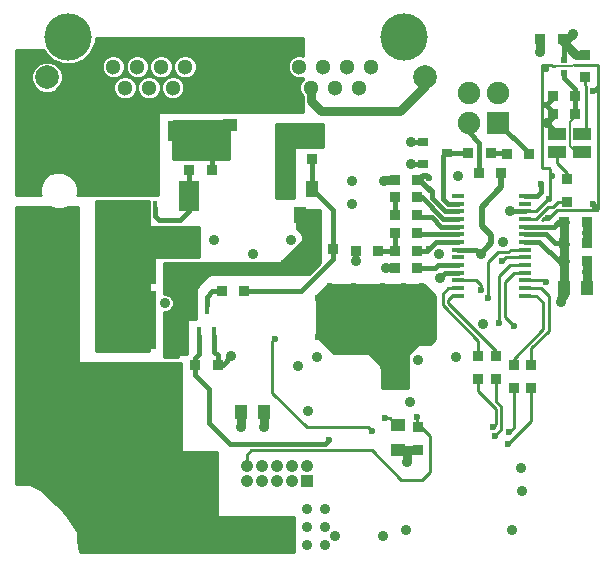
<source format=gtl>
G04 #@! TF.FileFunction,Copper,L1,Top,Signal*
%FSLAX46Y46*%
G04 Gerber Fmt 4.6, Leading zero omitted, Abs format (unit mm)*
G04 Created by KiCad (PCBNEW 4.0.7-e0-6372~58~ubuntu16.10.1) date Thu Nov  8 17:11:35 2018*
%MOMM*%
%LPD*%
G01*
G04 APERTURE LIST*
%ADD10C,0.150000*%
%ADD11C,1.300000*%
%ADD12C,4.000000*%
%ADD13C,2.000000*%
%ADD14R,1.250000X1.000000*%
%ADD15R,1.800860X2.499360*%
%ADD16R,2.499360X1.800860*%
%ADD17R,1.050000X1.050000*%
%ADD18C,1.050000*%
%ADD19R,0.900000X0.900000*%
%ADD20R,0.405000X1.300000*%
%ADD21R,2.235000X1.725000*%
%ADD22R,1.300000X1.000000*%
%ADD23R,1.100000X0.400000*%
%ADD24R,0.450000X1.500000*%
%ADD25R,1.000000X1.400000*%
%ADD26R,0.900000X0.800000*%
%ADD27R,1.900000X1.900000*%
%ADD28C,1.900000*%
%ADD29R,0.600000X0.600000*%
%ADD30R,1.000000X1.250000*%
%ADD31R,1.600000X1.100000*%
%ADD32R,2.400000X5.000000*%
%ADD33C,0.600000*%
%ADD34C,0.889000*%
%ADD35C,0.254000*%
%ADD36C,0.400000*%
%ADD37C,0.200000*%
%ADD38C,0.762000*%
%ADD39C,0.508000*%
G04 APERTURE END LIST*
D10*
D11*
X14675000Y-8540000D03*
X8585000Y-8540000D03*
X12645000Y-8540000D03*
X10615000Y-8540000D03*
X13655000Y-10320000D03*
X11625000Y-10320000D03*
X9595000Y-10320000D03*
X7565000Y-10320000D03*
D12*
X33225000Y-6000000D03*
D13*
X3000000Y-9430000D03*
D11*
X23315000Y-10320000D03*
X25345000Y-10320000D03*
X27375000Y-10320000D03*
X29405000Y-10320000D03*
X26365000Y-8540000D03*
X28395000Y-8540000D03*
X24335000Y-8540000D03*
X30425000Y-8540000D03*
D12*
X4775000Y-6000000D03*
D13*
X35000000Y-9430000D03*
D14*
X18500000Y-11500000D03*
X18500000Y-13500000D03*
D15*
X15000000Y-23498980D03*
X15000000Y-19501020D03*
D16*
X10501020Y-14000000D03*
X14498980Y-14000000D03*
D17*
X25000000Y-43600000D03*
D18*
X23730000Y-43600000D03*
X22460000Y-43600000D03*
X21190000Y-43600000D03*
X19920000Y-43600000D03*
X23730000Y-42330000D03*
X22460000Y-42330000D03*
X21190000Y-42330000D03*
X19920000Y-42330000D03*
X25000000Y-42330000D03*
D19*
X16950000Y-17250000D03*
X15050000Y-17250000D03*
D20*
X12175000Y-17050000D03*
X11525000Y-17050000D03*
X10875000Y-17050000D03*
X10225000Y-17050000D03*
X10225000Y-20535000D03*
X10875000Y-20535000D03*
X11525000Y-20535000D03*
X12175000Y-20535000D03*
D21*
X11200000Y-18400000D03*
D22*
X32700000Y-40950000D03*
X32700000Y-38850000D03*
D23*
X37750000Y-19475000D03*
X37750000Y-20125000D03*
X37750000Y-20775000D03*
X37750000Y-21425000D03*
X37750000Y-22075000D03*
X37750000Y-22725000D03*
X37750000Y-23375000D03*
X37750000Y-24025000D03*
X37750000Y-24675000D03*
X37750000Y-25325000D03*
X37750000Y-25975000D03*
X37750000Y-26625000D03*
X37750000Y-27275000D03*
X37750000Y-27925000D03*
X43450000Y-27925000D03*
X43450000Y-27275000D03*
X43450000Y-26625000D03*
X43450000Y-25975000D03*
X43450000Y-25325000D03*
X43450000Y-24675000D03*
X43450000Y-24025000D03*
X43450000Y-23375000D03*
X43450000Y-22725000D03*
X43450000Y-22075000D03*
X43450000Y-21425000D03*
X43450000Y-20775000D03*
X43450000Y-20125000D03*
X43450000Y-19475000D03*
D24*
X15850000Y-31330000D03*
X17150000Y-31330000D03*
X16500000Y-28670000D03*
D25*
X25400000Y-18900000D03*
X23500000Y-18900000D03*
X24450000Y-21100000D03*
D26*
X34820000Y-14910000D03*
X34820000Y-16810000D03*
X36820000Y-15860000D03*
D19*
X25300000Y-24000000D03*
X27200000Y-24000000D03*
X19700000Y-27500000D03*
X17800000Y-27500000D03*
X38650000Y-15850000D03*
X40550000Y-15850000D03*
X15550000Y-33750000D03*
X17450000Y-33750000D03*
D27*
X41200000Y-13300000D03*
D28*
X38700000Y-13300000D03*
X41200000Y-10800000D03*
X38700000Y-10800000D03*
D19*
X41450000Y-17500000D03*
X39550000Y-17500000D03*
X34350000Y-19600000D03*
X32450000Y-19600000D03*
X34350000Y-22600000D03*
X32450000Y-22600000D03*
X34350000Y-25600000D03*
X32450000Y-25600000D03*
D29*
X46750000Y-9050000D03*
X46750000Y-7950000D03*
D19*
X48500000Y-7550000D03*
X48500000Y-9450000D03*
X47000000Y-18050000D03*
X47000000Y-19950000D03*
X34350000Y-18100000D03*
X32450000Y-18100000D03*
X32450000Y-21100000D03*
X34350000Y-21100000D03*
X46800000Y-23500000D03*
X48700000Y-23500000D03*
X46800000Y-25000000D03*
X48700000Y-25000000D03*
X46800000Y-21700000D03*
X48700000Y-21700000D03*
X23500000Y-16350000D03*
X25400000Y-16350000D03*
X43800000Y-15900000D03*
X41900000Y-15900000D03*
X29150000Y-24100000D03*
X31050000Y-24100000D03*
X34350000Y-24100000D03*
X32450000Y-24100000D03*
X47700000Y-12500000D03*
X45800000Y-12500000D03*
X47700000Y-11000000D03*
X45800000Y-11000000D03*
X34400000Y-39050000D03*
X34400000Y-40950000D03*
X44750000Y-6200000D03*
X46650000Y-6200000D03*
X44000000Y-35700000D03*
X44000000Y-33800000D03*
X42500000Y-35700000D03*
X42500000Y-33800000D03*
X39500000Y-33050000D03*
X39500000Y-34950000D03*
X41000000Y-33050000D03*
X41000000Y-34950000D03*
D30*
X19400000Y-37750000D03*
X21400000Y-37750000D03*
X48750000Y-27250000D03*
X46750000Y-27250000D03*
D31*
X48300000Y-14200000D03*
X46200000Y-14200000D03*
X46200000Y-15800000D03*
X48300000Y-15800000D03*
D32*
X4000000Y-24500000D03*
X11000000Y-24500000D03*
X4000000Y-30000000D03*
X11000000Y-30000000D03*
D33*
X34300000Y-38200000D03*
D34*
X2000000Y-25000000D03*
X2000000Y-23500000D03*
X15500000Y-41750000D03*
X2250000Y-29500000D03*
X1000000Y-27250000D03*
X2000000Y-22000000D03*
X12950000Y-28550000D03*
X17091421Y-23177209D03*
X16500000Y-15000000D03*
D33*
X45250000Y-8750000D03*
D34*
X44750000Y-7250000D03*
D33*
X49200000Y-20200000D03*
X49200000Y-10600000D03*
X45200000Y-11800000D03*
D34*
X45300000Y-13300000D03*
X41600000Y-23400000D03*
X37800000Y-17800000D03*
X31500000Y-18200000D03*
X48700000Y-25950000D03*
X48700000Y-22600000D03*
X21400000Y-39000000D03*
X16500000Y-13500000D03*
X33500000Y-42000000D03*
X1250000Y-42500000D03*
X1250000Y-39750000D03*
X17250000Y-48750000D03*
X19400000Y-48800000D03*
X21200000Y-48800000D03*
X22800000Y-48800000D03*
X18600000Y-33000000D03*
X42400000Y-47800000D03*
X15000000Y-15500000D03*
X28850000Y-18200000D03*
X29150000Y-25000000D03*
X31700000Y-25600000D03*
X42200000Y-20750000D03*
D33*
X35700000Y-28300000D03*
D34*
X33700000Y-36900000D03*
X31400000Y-48300000D03*
X25075000Y-37700000D03*
X36250000Y-26400000D03*
X43100000Y-42500000D03*
X37580000Y-33120000D03*
X33830000Y-14930000D03*
D33*
X25953745Y-28128822D03*
X26953746Y-27128821D03*
D34*
X15762689Y-47534010D03*
X13262689Y-47534010D03*
X11012690Y-47284010D03*
X9262689Y-47784010D03*
X10762689Y-41034010D03*
X8262689Y-41784010D03*
X12262689Y-35034010D03*
X10762689Y-35034010D03*
X9262690Y-35034009D03*
X12262689Y-38034009D03*
X10762689Y-38034009D03*
X9262690Y-38034010D03*
D33*
X9312690Y-43384010D03*
X8112690Y-43384010D03*
X8112689Y-45584009D03*
X9312690Y-45584010D03*
D34*
X8712689Y-44584010D03*
D33*
X26953746Y-30628823D03*
D34*
X25853747Y-33078823D03*
D33*
X33453747Y-34128820D03*
X33453746Y-32878821D03*
X34453748Y-31878821D03*
X35453747Y-31878821D03*
X34703747Y-27128820D03*
X33203747Y-27128822D03*
X31453747Y-27128822D03*
X28953747Y-27128820D03*
X25953745Y-31378819D03*
X27453747Y-32628823D03*
X30453745Y-32628822D03*
X31453746Y-33878822D03*
D34*
X23691421Y-23177207D03*
X20391422Y-24377207D03*
D33*
X45750000Y-17750000D03*
X45400000Y-21350000D03*
X45500000Y-19750000D03*
X31600000Y-38300000D03*
X30475000Y-39400000D03*
X22275000Y-31575000D03*
D34*
X47500000Y-5750000D03*
X46500000Y-28500000D03*
X19400000Y-39000000D03*
X33400000Y-47800000D03*
X26500000Y-49000000D03*
X25000000Y-46000000D03*
X26500000Y-46000000D03*
X26500000Y-47500000D03*
X25000000Y-47500000D03*
X25000000Y-49000000D03*
X28850000Y-20200000D03*
X27400000Y-48300000D03*
X24250000Y-33875000D03*
X36200000Y-24400000D03*
X39900000Y-30300000D03*
X43200000Y-44500000D03*
X34430000Y-33340000D03*
X33820000Y-16800000D03*
X13500000Y-31750000D03*
X13500000Y-32750000D03*
X8500000Y-23750000D03*
X7750000Y-30250000D03*
D13*
X8500000Y-28750000D03*
D34*
X9250000Y-30250000D03*
X9250000Y-27250000D03*
X7750000Y-27250000D03*
D33*
X26900000Y-40100000D03*
X44800000Y-18500000D03*
D34*
X39700000Y-24400000D03*
D33*
X39700000Y-27400000D03*
X40750000Y-39000000D03*
X40900000Y-39800000D03*
X35350000Y-17950000D03*
X35300000Y-24000000D03*
X42100000Y-39500000D03*
X42000000Y-40500000D03*
X40350000Y-28100000D03*
X41500000Y-25000000D03*
X41250000Y-30250000D03*
X42500000Y-30500000D03*
X45250000Y-26750000D03*
D34*
X26000000Y-15000000D03*
X24500000Y-14000000D03*
X23250000Y-15000000D03*
D35*
X35400000Y-41000000D02*
X35400000Y-42850000D01*
X33000000Y-43500000D02*
X30500000Y-41000000D01*
X34750000Y-43500000D02*
X33000000Y-43500000D01*
X35400000Y-42850000D02*
X34750000Y-43500000D01*
X34300000Y-38200000D02*
X34300000Y-38950000D01*
X34300000Y-38950000D02*
X34400000Y-39050000D01*
X34400000Y-39050000D02*
X34650000Y-39050000D01*
X34650000Y-39050000D02*
X35400000Y-39800000D01*
X19920000Y-41380000D02*
X19920000Y-42330000D01*
X30500000Y-41000000D02*
X20300000Y-41000000D01*
X20300000Y-41000000D02*
X19920000Y-41380000D01*
X35400000Y-39800000D02*
X35400000Y-41000000D01*
D36*
X4000000Y-24500000D02*
X2500000Y-24500000D01*
X2500000Y-24500000D02*
X2000000Y-25000000D01*
X4000000Y-24500000D02*
X3000000Y-24500000D01*
X3000000Y-24500000D02*
X2000000Y-23500000D01*
D37*
X4000000Y-30000000D02*
X2750000Y-30000000D01*
X2750000Y-30000000D02*
X2250000Y-29500000D01*
X4000000Y-30000000D02*
X4000000Y-32000000D01*
X4000000Y-24500000D02*
X3750000Y-24500000D01*
X3750000Y-24500000D02*
X1000000Y-27250000D01*
X4000000Y-24500000D02*
X4000000Y-24250000D01*
X4000000Y-24250000D02*
X2000000Y-22000000D01*
D38*
X12950000Y-28550000D02*
X13000000Y-28500000D01*
D36*
X16950000Y-17250000D02*
X16950000Y-15450000D01*
D38*
X16500000Y-15000000D02*
X15500000Y-14000000D01*
D36*
X16950000Y-15450000D02*
X16500000Y-15000000D01*
D35*
X44900000Y-8500000D02*
X45000000Y-8500000D01*
X45000000Y-8500000D02*
X45250000Y-8750000D01*
D38*
X44750000Y-7250000D02*
X44750000Y-6200000D01*
D35*
X49650000Y-8700000D02*
X49650000Y-8350000D01*
X47600000Y-8350000D02*
X49650000Y-8350000D01*
D10*
X47450000Y-8500000D02*
X47600000Y-8350000D01*
D35*
X45800000Y-8500000D02*
X46000000Y-8500000D01*
X45700000Y-8400000D02*
X45800000Y-8500000D01*
X44900000Y-8400000D02*
X45700000Y-8400000D01*
X44900000Y-8500000D02*
X44900000Y-8400000D01*
D10*
X46000000Y-8500000D02*
X47450000Y-8500000D01*
D35*
X49650000Y-20400000D02*
X49400000Y-20400000D01*
D39*
X49400000Y-20400000D02*
X49200000Y-20200000D01*
D35*
X49200000Y-10600000D02*
X49400000Y-10600000D01*
X49400000Y-10600000D02*
X49650000Y-10350000D01*
X49650000Y-9750000D02*
X49650000Y-10350000D01*
X49650000Y-10350000D02*
X49650000Y-10850000D01*
X49650000Y-10600000D02*
X49200000Y-10600000D01*
X49650000Y-10000000D02*
X49650000Y-9750000D01*
X49650000Y-10150000D02*
X49650000Y-10000000D01*
X49650000Y-10150000D02*
X49200000Y-10600000D01*
X49650000Y-10600000D02*
X49600000Y-10600000D01*
X49600000Y-10600000D02*
X49650000Y-10600000D01*
D36*
X45800000Y-11000000D02*
X45800000Y-11200000D01*
X45800000Y-11200000D02*
X45200000Y-11800000D01*
X45800000Y-12500000D02*
X45800000Y-12400000D01*
X45800000Y-12400000D02*
X45200000Y-11800000D01*
X45800000Y-12500000D02*
X45800000Y-12800000D01*
X45800000Y-12800000D02*
X45300000Y-13300000D01*
X46200000Y-14200000D02*
X45300000Y-13300000D01*
D35*
X45600000Y-17200000D02*
X45500000Y-17100000D01*
X45500000Y-17100000D02*
X44900000Y-17100000D01*
X44900000Y-17100000D02*
X44900000Y-12600000D01*
X44900000Y-12600000D02*
X44900000Y-10100000D01*
X44900000Y-10100000D02*
X44900000Y-8500000D01*
X45600000Y-18600000D02*
X45600000Y-17200000D01*
D38*
X31600000Y-18100000D02*
X31500000Y-18200000D01*
X31600000Y-18100000D02*
X32450000Y-18100000D01*
X48750000Y-27250000D02*
X48750000Y-26000000D01*
X48700000Y-25950000D02*
X48700000Y-25000000D01*
X48750000Y-26000000D02*
X48700000Y-25950000D01*
X48700000Y-23500000D02*
X48700000Y-22600000D01*
X48700000Y-22600000D02*
X48700000Y-21700000D01*
X21400000Y-37750000D02*
X21400000Y-39000000D01*
D36*
X18500000Y-13500000D02*
X17500000Y-14500000D01*
D38*
X16000000Y-14000000D02*
X16500000Y-13500000D01*
X16000000Y-14000000D02*
X14498980Y-14000000D01*
D36*
X17500000Y-14500000D02*
X16500000Y-13500000D01*
D38*
X32700000Y-40950000D02*
X33200000Y-40950000D01*
X33200000Y-40950000D02*
X33500000Y-41250000D01*
X33500000Y-41250000D02*
X33500000Y-42000000D01*
X34400000Y-40950000D02*
X32700000Y-40950000D01*
D36*
X17450000Y-33750000D02*
X17850000Y-33750000D01*
X17850000Y-33750000D02*
X18600000Y-33000000D01*
D38*
X14498980Y-14000000D02*
X14498980Y-14998980D01*
X14498980Y-14998980D02*
X15000000Y-15500000D01*
X14498980Y-14000000D02*
X15500000Y-14000000D01*
X14498980Y-14000000D02*
X14498980Y-13501020D01*
D39*
X29150000Y-24100000D02*
X29150000Y-25000000D01*
X32450000Y-25600000D02*
X31700000Y-25600000D01*
D36*
X42225000Y-20775000D02*
X42200000Y-20750000D01*
X43450000Y-20775000D02*
X42225000Y-20775000D01*
D35*
X44382944Y-20775000D02*
X43450000Y-20775000D01*
D36*
X17150000Y-31330000D02*
X17150000Y-32650000D01*
X17450000Y-32950000D02*
X17450000Y-33750000D01*
X17150000Y-32650000D02*
X17450000Y-32950000D01*
X36675000Y-25975000D02*
X36250000Y-26400000D01*
X36675000Y-25975000D02*
X37750000Y-25975000D01*
X34820000Y-14910000D02*
X33850000Y-14910000D01*
X33850000Y-14910000D02*
X33830000Y-14930000D01*
D38*
X13262689Y-47534010D02*
X15762689Y-47534010D01*
X9762689Y-47284010D02*
X11012690Y-47284010D01*
X9262689Y-47784010D02*
X9762689Y-47284010D01*
X9262690Y-35034009D02*
X10762689Y-35034010D01*
X12262689Y-38034009D02*
X10762689Y-38034009D01*
X9112689Y-43384010D02*
X9312690Y-43384010D01*
X8312689Y-43184011D02*
X8112690Y-43384010D01*
X8312689Y-45584010D02*
X8112689Y-45584009D01*
D35*
X49250000Y-20700000D02*
X49550000Y-20700000D01*
X49550000Y-20700000D02*
X49650000Y-20600000D01*
X49650000Y-13750000D02*
X49650000Y-10850000D01*
X49650000Y-10850000D02*
X49650000Y-10600000D01*
X49650000Y-9750000D02*
X49650000Y-9300000D01*
X49650000Y-9050000D02*
X49650000Y-8700000D01*
X49650000Y-9300000D02*
X49650000Y-9050000D01*
X49650000Y-14200000D02*
X49650000Y-13750000D01*
X49650000Y-20600000D02*
X49650000Y-20400000D01*
X49650000Y-20400000D02*
X49650000Y-14200000D01*
X45400000Y-21350000D02*
X45500000Y-21350000D01*
X46150000Y-20700000D02*
X49250000Y-20700000D01*
X45500000Y-21350000D02*
X46150000Y-20700000D01*
X45400000Y-21350000D02*
X45092056Y-21350000D01*
X45092056Y-21350000D02*
X44896028Y-21546028D01*
X45600000Y-18200000D02*
X45600000Y-17900000D01*
X45600000Y-17900000D02*
X45750000Y-17750000D01*
X45600000Y-19650000D02*
X45500000Y-19750000D01*
X45600000Y-18100000D02*
X45600000Y-18200000D01*
X45600000Y-18200000D02*
X45600000Y-18600000D01*
X45600000Y-18600000D02*
X45600000Y-19650000D01*
X45500000Y-19750000D02*
X45407944Y-19750000D01*
X45407944Y-19750000D02*
X44382944Y-20775000D01*
D38*
X25345000Y-10320000D02*
X25345000Y-11445000D01*
X32900000Y-12250000D02*
X35000000Y-10150000D01*
X26150000Y-12250000D02*
X32900000Y-12250000D01*
X25345000Y-11445000D02*
X26150000Y-12250000D01*
X35000000Y-10150000D02*
X35000000Y-9430000D01*
D35*
X32000000Y-38300000D02*
X32550000Y-38850000D01*
X31600000Y-38300000D02*
X32000000Y-38300000D01*
X32550000Y-38850000D02*
X32700000Y-38850000D01*
X22050000Y-34200000D02*
X22050000Y-36150000D01*
X22050000Y-36150000D02*
X24975000Y-39075000D01*
X30150000Y-39075000D02*
X30475000Y-39400000D01*
X24975000Y-39075000D02*
X30150000Y-39075000D01*
X22050000Y-31800000D02*
X22050000Y-34200000D01*
X22275000Y-31575000D02*
X22050000Y-31800000D01*
D36*
X46750000Y-7950000D02*
X46750000Y-6300000D01*
X46750000Y-6300000D02*
X46650000Y-6200000D01*
D38*
X48500000Y-7550000D02*
X47800000Y-7550000D01*
X47800000Y-7550000D02*
X46650000Y-6400000D01*
X46650000Y-6400000D02*
X46650000Y-6200000D01*
X46650000Y-6200000D02*
X47050000Y-6200000D01*
X47050000Y-6200000D02*
X47500000Y-5750000D01*
D36*
X43450000Y-23375000D02*
X44675000Y-23375000D01*
X46300000Y-25000000D02*
X46800000Y-25000000D01*
X44675000Y-23375000D02*
X46300000Y-25000000D01*
X43450000Y-22725000D02*
X45225000Y-22725000D01*
X46000000Y-23500000D02*
X46800000Y-23500000D01*
X45225000Y-22725000D02*
X46000000Y-23500000D01*
D38*
X46750000Y-27250000D02*
X46750000Y-27850000D01*
X46750000Y-27850000D02*
X46500000Y-28100000D01*
X46500000Y-28100000D02*
X46500000Y-28500000D01*
X46800000Y-21700000D02*
X46800000Y-23500000D01*
X46800000Y-25000000D02*
X46800000Y-23500000D01*
X46750000Y-27250000D02*
X46750000Y-25050000D01*
X46750000Y-25050000D02*
X46800000Y-25000000D01*
X46850000Y-23550000D02*
X46800000Y-23500000D01*
X46800000Y-25050000D02*
X46850000Y-25000000D01*
X19400000Y-37750000D02*
X19400000Y-39000000D01*
D36*
X34820000Y-16810000D02*
X33830000Y-16810000D01*
X33830000Y-16810000D02*
X33820000Y-16800000D01*
X43450000Y-22075000D02*
X45875000Y-22075000D01*
X46250000Y-21700000D02*
X47000000Y-21700000D01*
X45875000Y-22075000D02*
X46250000Y-21700000D01*
X15050000Y-17250000D02*
X15050000Y-19451020D01*
X15050000Y-19451020D02*
X15000000Y-19501020D01*
X12175000Y-20535000D02*
X12175000Y-21175000D01*
X12175000Y-21175000D02*
X12500000Y-21500000D01*
X12500000Y-21500000D02*
X14250000Y-21500000D01*
X14250000Y-21500000D02*
X15000000Y-20750000D01*
X15000000Y-20750000D02*
X15000000Y-19501020D01*
D38*
X24450000Y-21100000D02*
X24450000Y-21700000D01*
X24450000Y-21700000D02*
X25300000Y-22550000D01*
X25300000Y-22550000D02*
X25300000Y-24000000D01*
D36*
X9250000Y-30250000D02*
X7750000Y-30250000D01*
X9250000Y-27250000D02*
X9150000Y-28100000D01*
X9150000Y-28100000D02*
X8500000Y-28750000D01*
X9250000Y-27250000D02*
X9250000Y-30250000D01*
X9250000Y-27250000D02*
X10100000Y-28750000D01*
X10100000Y-28750000D02*
X10100000Y-30100000D01*
X7750000Y-27350000D02*
X9850000Y-30100000D01*
X7750000Y-27250000D02*
X7750000Y-27350000D01*
X9850000Y-30100000D02*
X10100000Y-30100000D01*
X26900000Y-40100000D02*
X26872998Y-40100000D01*
X15550000Y-34650000D02*
X15550000Y-33750000D01*
X16700000Y-35800000D02*
X15550000Y-34650000D01*
X16700000Y-38700000D02*
X16700000Y-35800000D01*
X18472998Y-40472998D02*
X16700000Y-38700000D01*
X26500000Y-40472998D02*
X18472998Y-40472998D01*
X26872998Y-40100000D02*
X26500000Y-40472998D01*
X15550000Y-33750000D02*
X15550000Y-33200000D01*
X15850000Y-32900000D02*
X15850000Y-31330000D01*
X15550000Y-33200000D02*
X15850000Y-32900000D01*
X16500000Y-28670000D02*
X16500000Y-28000000D01*
X16500000Y-28000000D02*
X17000000Y-27500000D01*
X17000000Y-27500000D02*
X17800000Y-27500000D01*
X38650000Y-15850000D02*
X36830000Y-15850000D01*
X36830000Y-15850000D02*
X36820000Y-15860000D01*
X37750000Y-20125000D02*
X36923530Y-20125000D01*
X36550002Y-19751472D02*
X36550002Y-16129998D01*
X36923530Y-20125000D02*
X36550002Y-19751472D01*
X36550002Y-16129998D02*
X36820000Y-15860000D01*
X43450000Y-19475000D02*
X44475000Y-19475000D01*
X44800000Y-19150000D02*
X44800000Y-18500000D01*
X44475000Y-19475000D02*
X44800000Y-19150000D01*
X25400000Y-16350000D02*
X25400000Y-18900000D01*
X27200000Y-24000000D02*
X27200000Y-20700000D01*
X27200000Y-20700000D02*
X25400000Y-18900000D01*
X19700000Y-27500000D02*
X24500000Y-27500000D01*
X27200000Y-24800000D02*
X27200000Y-24000000D01*
X24500000Y-27500000D02*
X27200000Y-24800000D01*
X43600000Y-15900000D02*
X43600000Y-15700000D01*
X43600000Y-15700000D02*
X41200000Y-13300000D01*
D39*
X39700000Y-24400000D02*
X40600000Y-23500000D01*
X41450000Y-18750000D02*
X41450000Y-17500000D01*
X39800000Y-20400000D02*
X41450000Y-18750000D01*
X39800000Y-22000000D02*
X39800000Y-20400000D01*
X40600000Y-22800000D02*
X39800000Y-22000000D01*
X40600000Y-23500000D02*
X40600000Y-22800000D01*
D36*
X37750000Y-24025000D02*
X39325000Y-24025000D01*
X39325000Y-24025000D02*
X39700000Y-24400000D01*
X39550000Y-17500000D02*
X39550000Y-17150000D01*
X39550000Y-17150000D02*
X39600000Y-17100000D01*
X39600000Y-17100000D02*
X39600000Y-15000000D01*
X39600000Y-15000000D02*
X38700000Y-14100000D01*
X38700000Y-14100000D02*
X38700000Y-13300000D01*
D35*
X37750000Y-26625000D02*
X39325000Y-26625000D01*
X39700000Y-27000000D02*
X39700000Y-27400000D01*
X39325000Y-26625000D02*
X39700000Y-27000000D01*
X39500000Y-36000000D02*
X39500000Y-34950000D01*
X41000000Y-37500000D02*
X39500000Y-36000000D01*
X41000000Y-38750000D02*
X41000000Y-37500000D01*
X40750000Y-39000000D02*
X41000000Y-38750000D01*
X41000000Y-36857944D02*
X41000000Y-34950000D01*
X41454002Y-37311946D02*
X41000000Y-36857944D01*
X41454002Y-39245998D02*
X41454002Y-37311946D01*
X40900000Y-39800000D02*
X41454002Y-39245998D01*
D39*
X34350000Y-18100000D02*
X34550000Y-18100000D01*
X34550000Y-18100000D02*
X34850000Y-17800000D01*
X35200000Y-17800000D02*
X35350000Y-17950000D01*
X34850000Y-17800000D02*
X35200000Y-17800000D01*
D36*
X34350000Y-18100000D02*
X34500000Y-18100000D01*
D39*
X34500000Y-18100000D02*
X35500000Y-19100000D01*
D36*
X35500000Y-19100000D02*
X35600000Y-19100000D01*
X37750000Y-20775000D02*
X36725000Y-20775000D01*
X35600000Y-19650000D02*
X35600000Y-19100000D01*
X36725000Y-20775000D02*
X35600000Y-19650000D01*
X37750000Y-22075000D02*
X36327940Y-22075000D01*
X35552940Y-21300000D02*
X34300000Y-21300000D01*
X36327940Y-22075000D02*
X35552940Y-21300000D01*
X32450000Y-19600000D02*
X32450000Y-21100000D01*
X40550000Y-15850000D02*
X42050000Y-15850000D01*
X42050000Y-15850000D02*
X42100000Y-15900000D01*
X32450000Y-24100000D02*
X31050000Y-24100000D01*
X32450000Y-24100000D02*
X32450000Y-22600000D01*
X34350000Y-24100000D02*
X35200000Y-24100000D01*
X35200000Y-24100000D02*
X35300000Y-24000000D01*
X37750000Y-23375000D02*
X35925000Y-23375000D01*
X35925000Y-23375000D02*
X35300000Y-24000000D01*
X37750000Y-21425000D02*
X36526470Y-21425000D01*
X36526470Y-21425000D02*
X34701470Y-19600000D01*
X34701470Y-19600000D02*
X34350000Y-19600000D01*
X37750000Y-22725000D02*
X34425000Y-22725000D01*
X34425000Y-22725000D02*
X34400000Y-22750000D01*
X37750000Y-25325000D02*
X36075000Y-25325000D01*
X35800000Y-25600000D02*
X34350000Y-25600000D01*
X36075000Y-25325000D02*
X35800000Y-25600000D01*
D35*
X42500000Y-35700000D02*
X42500000Y-39100000D01*
X42500000Y-39100000D02*
X42100000Y-39500000D01*
X44000000Y-38500000D02*
X44000000Y-35700000D01*
X42000000Y-40500000D02*
X44000000Y-38500000D01*
D36*
X47700000Y-12500000D02*
X47700000Y-11000000D01*
X46750000Y-9050000D02*
X46750000Y-9500000D01*
X46750000Y-9500000D02*
X47700000Y-10450000D01*
X47700000Y-10450000D02*
X47700000Y-11000000D01*
D10*
X47700000Y-12500000D02*
X47700000Y-12800000D01*
X47700000Y-12800000D02*
X47250000Y-13250000D01*
X47250000Y-13250000D02*
X47250000Y-15250000D01*
X47250000Y-15250000D02*
X47800000Y-15800000D01*
X47800000Y-15800000D02*
X48300000Y-15800000D01*
D35*
X48500000Y-9450000D02*
X48500000Y-10100000D01*
X48600000Y-10200000D02*
X48600000Y-13900000D01*
X48500000Y-10100000D02*
X48600000Y-10200000D01*
X48600000Y-13900000D02*
X48300000Y-14200000D01*
X47000000Y-18050000D02*
X47000000Y-17500000D01*
X46200000Y-16700000D02*
X46200000Y-15800000D01*
X47000000Y-17500000D02*
X46200000Y-16700000D01*
X46850000Y-19950000D02*
X46250000Y-19950000D01*
X45400000Y-20400000D02*
X44950000Y-20850000D01*
X45800000Y-20400000D02*
X45400000Y-20400000D01*
X46250000Y-19950000D02*
X45800000Y-20400000D01*
X43450000Y-21425000D02*
X44375000Y-21425000D01*
X44375000Y-21425000D02*
X44950000Y-20850000D01*
X43450000Y-24025000D02*
X42245998Y-24025000D01*
X41179002Y-24220998D02*
X40850000Y-24550000D01*
X42050000Y-24220998D02*
X41179002Y-24220998D01*
X42245998Y-24025000D02*
X42050000Y-24220998D01*
X40350000Y-25050000D02*
X40850000Y-24550000D01*
X40350000Y-28100000D02*
X40350000Y-25050000D01*
X43450000Y-24675000D02*
X41825000Y-24675000D01*
X41825000Y-24675000D02*
X41500000Y-25000000D01*
X43450000Y-25325000D02*
X42175000Y-25325000D01*
X41250000Y-26250000D02*
X41250000Y-30250000D01*
X42175000Y-25325000D02*
X41250000Y-26250000D01*
X42525000Y-25975000D02*
X43450000Y-25975000D01*
X41750000Y-26750000D02*
X42525000Y-25975000D01*
X41750000Y-29750000D02*
X41750000Y-26750000D01*
X42500000Y-30500000D02*
X41750000Y-29750000D01*
X45125000Y-26625000D02*
X43450000Y-26625000D01*
X45250000Y-26750000D02*
X45125000Y-26625000D01*
X43450000Y-27275000D02*
X44775000Y-27275000D01*
X44775000Y-27275000D02*
X45454002Y-27954002D01*
X44000000Y-32392056D02*
X44000000Y-33800000D01*
X45454002Y-30938054D02*
X44000000Y-32392056D01*
X45454002Y-27954002D02*
X45454002Y-30938054D01*
X44000000Y-33500000D02*
X44000000Y-33800000D01*
X42500000Y-33800000D02*
X42500000Y-33250000D01*
X44425000Y-27925000D02*
X43450000Y-27925000D01*
X45000000Y-28500000D02*
X44425000Y-27925000D01*
X45000000Y-30750000D02*
X45000000Y-28500000D01*
X42500000Y-33250000D02*
X45000000Y-30750000D01*
X39500000Y-33050000D02*
X39500000Y-31750000D01*
X36975000Y-27275000D02*
X37750000Y-27275000D01*
X36500000Y-27750000D02*
X36975000Y-27275000D01*
X36500000Y-28750000D02*
X36500000Y-27750000D01*
X39500000Y-31750000D02*
X36500000Y-28750000D01*
X37750000Y-27925000D02*
X37279002Y-27925000D01*
X37279002Y-27925000D02*
X36954002Y-28250000D01*
X36954002Y-28250000D02*
X36954002Y-28561946D01*
X36954002Y-28561946D02*
X41000000Y-32607944D01*
X41000000Y-32607944D02*
X41000000Y-33050000D01*
D39*
X23250000Y-15000000D02*
X24750000Y-14500000D01*
X24750000Y-14500000D02*
X24500000Y-14000000D01*
D38*
X23500000Y-16350000D02*
X22950000Y-15300000D01*
X22950000Y-15300000D02*
X23250000Y-15000000D01*
X23500000Y-18900000D02*
X23500000Y-16350000D01*
D35*
G36*
X35826746Y-27931426D02*
X35826747Y-31576217D01*
X35401142Y-32001820D01*
X34453745Y-32001820D01*
X34404335Y-32011826D01*
X34363942Y-32039018D01*
X33613945Y-32789018D01*
X33586082Y-32831031D01*
X33576748Y-32878820D01*
X33576748Y-35751823D01*
X31330747Y-35751821D01*
X31330747Y-33878822D01*
X31320741Y-33829412D01*
X31293550Y-33789019D01*
X30293549Y-32789018D01*
X30251535Y-32761155D01*
X30203746Y-32751821D01*
X27256354Y-32751821D01*
X25830747Y-31326215D01*
X25830746Y-27931429D01*
X26756353Y-27005822D01*
X34901143Y-27005821D01*
X35826746Y-27931426D01*
X35826746Y-27931426D01*
G37*
X35826746Y-27931426D02*
X35826747Y-31576217D01*
X35401142Y-32001820D01*
X34453745Y-32001820D01*
X34404335Y-32011826D01*
X34363942Y-32039018D01*
X33613945Y-32789018D01*
X33586082Y-32831031D01*
X33576748Y-32878820D01*
X33576748Y-35751823D01*
X31330747Y-35751821D01*
X31330747Y-33878822D01*
X31320741Y-33829412D01*
X31293550Y-33789019D01*
X30293549Y-32789018D01*
X30251535Y-32761155D01*
X30203746Y-32751821D01*
X27256354Y-32751821D01*
X25830747Y-31326215D01*
X25830746Y-27931429D01*
X26756353Y-27005822D01*
X34901143Y-27005821D01*
X35826746Y-27931426D01*
G36*
X24623000Y-7601708D02*
X24530190Y-7563170D01*
X24141515Y-7562830D01*
X23782297Y-7711256D01*
X23507222Y-7985851D01*
X23358170Y-8344810D01*
X23357830Y-8733485D01*
X23506256Y-9092703D01*
X23780851Y-9367778D01*
X24139810Y-9516830D01*
X24528485Y-9517170D01*
X24623000Y-9478117D01*
X24623000Y-9660258D01*
X24517222Y-9765851D01*
X24368170Y-10124810D01*
X24367830Y-10513485D01*
X24516256Y-10872703D01*
X24623000Y-10979634D01*
X24623000Y-12373000D01*
X12500000Y-12373000D01*
X12450590Y-12383006D01*
X12408965Y-12411447D01*
X12381685Y-12453841D01*
X12373000Y-12500000D01*
X12373000Y-19373000D01*
X5552667Y-19373000D01*
X5576725Y-19315061D01*
X5577273Y-18687692D01*
X5337695Y-18107868D01*
X4894465Y-17663864D01*
X4315061Y-17423275D01*
X3687692Y-17422727D01*
X3107868Y-17662305D01*
X2663864Y-18105535D01*
X2423275Y-18684939D01*
X2422727Y-19312308D01*
X2447804Y-19373000D01*
X377000Y-19373000D01*
X377000Y-9692798D01*
X1672771Y-9692798D01*
X1874369Y-10180703D01*
X2247334Y-10554319D01*
X2734885Y-10756769D01*
X3262798Y-10757229D01*
X3750703Y-10555631D01*
X3792922Y-10513485D01*
X8617830Y-10513485D01*
X8766256Y-10872703D01*
X9040851Y-11147778D01*
X9399810Y-11296830D01*
X9788485Y-11297170D01*
X10147703Y-11148744D01*
X10422778Y-10874149D01*
X10571830Y-10515190D01*
X10571831Y-10513485D01*
X10647830Y-10513485D01*
X10796256Y-10872703D01*
X11070851Y-11147778D01*
X11429810Y-11296830D01*
X11818485Y-11297170D01*
X12177703Y-11148744D01*
X12452778Y-10874149D01*
X12601830Y-10515190D01*
X12601831Y-10513485D01*
X12677830Y-10513485D01*
X12826256Y-10872703D01*
X13100851Y-11147778D01*
X13459810Y-11296830D01*
X13848485Y-11297170D01*
X14207703Y-11148744D01*
X14482778Y-10874149D01*
X14631830Y-10515190D01*
X14632170Y-10126515D01*
X14483744Y-9767297D01*
X14209149Y-9492222D01*
X13850190Y-9343170D01*
X13461515Y-9342830D01*
X13102297Y-9491256D01*
X12827222Y-9765851D01*
X12678170Y-10124810D01*
X12677830Y-10513485D01*
X12601831Y-10513485D01*
X12602170Y-10126515D01*
X12453744Y-9767297D01*
X12179149Y-9492222D01*
X11820190Y-9343170D01*
X11431515Y-9342830D01*
X11072297Y-9491256D01*
X10797222Y-9765851D01*
X10648170Y-10124810D01*
X10647830Y-10513485D01*
X10571831Y-10513485D01*
X10572170Y-10126515D01*
X10423744Y-9767297D01*
X10149149Y-9492222D01*
X9790190Y-9343170D01*
X9401515Y-9342830D01*
X9042297Y-9491256D01*
X8767222Y-9765851D01*
X8618170Y-10124810D01*
X8617830Y-10513485D01*
X3792922Y-10513485D01*
X4124319Y-10182666D01*
X4326769Y-9695115D01*
X4327229Y-9167202D01*
X4148021Y-8733485D01*
X7607830Y-8733485D01*
X7756256Y-9092703D01*
X8030851Y-9367778D01*
X8389810Y-9516830D01*
X8778485Y-9517170D01*
X9137703Y-9368744D01*
X9412778Y-9094149D01*
X9561830Y-8735190D01*
X9561831Y-8733485D01*
X9637830Y-8733485D01*
X9786256Y-9092703D01*
X10060851Y-9367778D01*
X10419810Y-9516830D01*
X10808485Y-9517170D01*
X11167703Y-9368744D01*
X11442778Y-9094149D01*
X11591830Y-8735190D01*
X11591831Y-8733485D01*
X11667830Y-8733485D01*
X11816256Y-9092703D01*
X12090851Y-9367778D01*
X12449810Y-9516830D01*
X12838485Y-9517170D01*
X13197703Y-9368744D01*
X13472778Y-9094149D01*
X13621830Y-8735190D01*
X13621831Y-8733485D01*
X13697830Y-8733485D01*
X13846256Y-9092703D01*
X14120851Y-9367778D01*
X14479810Y-9516830D01*
X14868485Y-9517170D01*
X15227703Y-9368744D01*
X15502778Y-9094149D01*
X15651830Y-8735190D01*
X15652170Y-8346515D01*
X15503744Y-7987297D01*
X15229149Y-7712222D01*
X14870190Y-7563170D01*
X14481515Y-7562830D01*
X14122297Y-7711256D01*
X13847222Y-7985851D01*
X13698170Y-8344810D01*
X13697830Y-8733485D01*
X13621831Y-8733485D01*
X13622170Y-8346515D01*
X13473744Y-7987297D01*
X13199149Y-7712222D01*
X12840190Y-7563170D01*
X12451515Y-7562830D01*
X12092297Y-7711256D01*
X11817222Y-7985851D01*
X11668170Y-8344810D01*
X11667830Y-8733485D01*
X11591831Y-8733485D01*
X11592170Y-8346515D01*
X11443744Y-7987297D01*
X11169149Y-7712222D01*
X10810190Y-7563170D01*
X10421515Y-7562830D01*
X10062297Y-7711256D01*
X9787222Y-7985851D01*
X9638170Y-8344810D01*
X9637830Y-8733485D01*
X9561831Y-8733485D01*
X9562170Y-8346515D01*
X9413744Y-7987297D01*
X9139149Y-7712222D01*
X8780190Y-7563170D01*
X8391515Y-7562830D01*
X8032297Y-7711256D01*
X7757222Y-7985851D01*
X7608170Y-8344810D01*
X7607830Y-8733485D01*
X4148021Y-8733485D01*
X4125631Y-8679297D01*
X3752666Y-8305681D01*
X3265115Y-8103231D01*
X2737202Y-8102771D01*
X2249297Y-8304369D01*
X1875681Y-8677334D01*
X1673231Y-9164885D01*
X1672771Y-9692798D01*
X377000Y-9692798D01*
X377000Y-7127000D01*
X2722849Y-7127000D01*
X2801115Y-7316418D01*
X3455139Y-7971585D01*
X4310100Y-8326596D01*
X5235838Y-8327403D01*
X6091418Y-7973885D01*
X6746585Y-7319861D01*
X7101596Y-6464900D01*
X7101891Y-6127000D01*
X24623000Y-6127000D01*
X24623000Y-7601708D01*
X24623000Y-7601708D01*
G37*
X24623000Y-7601708D02*
X24530190Y-7563170D01*
X24141515Y-7562830D01*
X23782297Y-7711256D01*
X23507222Y-7985851D01*
X23358170Y-8344810D01*
X23357830Y-8733485D01*
X23506256Y-9092703D01*
X23780851Y-9367778D01*
X24139810Y-9516830D01*
X24528485Y-9517170D01*
X24623000Y-9478117D01*
X24623000Y-9660258D01*
X24517222Y-9765851D01*
X24368170Y-10124810D01*
X24367830Y-10513485D01*
X24516256Y-10872703D01*
X24623000Y-10979634D01*
X24623000Y-12373000D01*
X12500000Y-12373000D01*
X12450590Y-12383006D01*
X12408965Y-12411447D01*
X12381685Y-12453841D01*
X12373000Y-12500000D01*
X12373000Y-19373000D01*
X5552667Y-19373000D01*
X5576725Y-19315061D01*
X5577273Y-18687692D01*
X5337695Y-18107868D01*
X4894465Y-17663864D01*
X4315061Y-17423275D01*
X3687692Y-17422727D01*
X3107868Y-17662305D01*
X2663864Y-18105535D01*
X2423275Y-18684939D01*
X2422727Y-19312308D01*
X2447804Y-19373000D01*
X377000Y-19373000D01*
X377000Y-9692798D01*
X1672771Y-9692798D01*
X1874369Y-10180703D01*
X2247334Y-10554319D01*
X2734885Y-10756769D01*
X3262798Y-10757229D01*
X3750703Y-10555631D01*
X3792922Y-10513485D01*
X8617830Y-10513485D01*
X8766256Y-10872703D01*
X9040851Y-11147778D01*
X9399810Y-11296830D01*
X9788485Y-11297170D01*
X10147703Y-11148744D01*
X10422778Y-10874149D01*
X10571830Y-10515190D01*
X10571831Y-10513485D01*
X10647830Y-10513485D01*
X10796256Y-10872703D01*
X11070851Y-11147778D01*
X11429810Y-11296830D01*
X11818485Y-11297170D01*
X12177703Y-11148744D01*
X12452778Y-10874149D01*
X12601830Y-10515190D01*
X12601831Y-10513485D01*
X12677830Y-10513485D01*
X12826256Y-10872703D01*
X13100851Y-11147778D01*
X13459810Y-11296830D01*
X13848485Y-11297170D01*
X14207703Y-11148744D01*
X14482778Y-10874149D01*
X14631830Y-10515190D01*
X14632170Y-10126515D01*
X14483744Y-9767297D01*
X14209149Y-9492222D01*
X13850190Y-9343170D01*
X13461515Y-9342830D01*
X13102297Y-9491256D01*
X12827222Y-9765851D01*
X12678170Y-10124810D01*
X12677830Y-10513485D01*
X12601831Y-10513485D01*
X12602170Y-10126515D01*
X12453744Y-9767297D01*
X12179149Y-9492222D01*
X11820190Y-9343170D01*
X11431515Y-9342830D01*
X11072297Y-9491256D01*
X10797222Y-9765851D01*
X10648170Y-10124810D01*
X10647830Y-10513485D01*
X10571831Y-10513485D01*
X10572170Y-10126515D01*
X10423744Y-9767297D01*
X10149149Y-9492222D01*
X9790190Y-9343170D01*
X9401515Y-9342830D01*
X9042297Y-9491256D01*
X8767222Y-9765851D01*
X8618170Y-10124810D01*
X8617830Y-10513485D01*
X3792922Y-10513485D01*
X4124319Y-10182666D01*
X4326769Y-9695115D01*
X4327229Y-9167202D01*
X4148021Y-8733485D01*
X7607830Y-8733485D01*
X7756256Y-9092703D01*
X8030851Y-9367778D01*
X8389810Y-9516830D01*
X8778485Y-9517170D01*
X9137703Y-9368744D01*
X9412778Y-9094149D01*
X9561830Y-8735190D01*
X9561831Y-8733485D01*
X9637830Y-8733485D01*
X9786256Y-9092703D01*
X10060851Y-9367778D01*
X10419810Y-9516830D01*
X10808485Y-9517170D01*
X11167703Y-9368744D01*
X11442778Y-9094149D01*
X11591830Y-8735190D01*
X11591831Y-8733485D01*
X11667830Y-8733485D01*
X11816256Y-9092703D01*
X12090851Y-9367778D01*
X12449810Y-9516830D01*
X12838485Y-9517170D01*
X13197703Y-9368744D01*
X13472778Y-9094149D01*
X13621830Y-8735190D01*
X13621831Y-8733485D01*
X13697830Y-8733485D01*
X13846256Y-9092703D01*
X14120851Y-9367778D01*
X14479810Y-9516830D01*
X14868485Y-9517170D01*
X15227703Y-9368744D01*
X15502778Y-9094149D01*
X15651830Y-8735190D01*
X15652170Y-8346515D01*
X15503744Y-7987297D01*
X15229149Y-7712222D01*
X14870190Y-7563170D01*
X14481515Y-7562830D01*
X14122297Y-7711256D01*
X13847222Y-7985851D01*
X13698170Y-8344810D01*
X13697830Y-8733485D01*
X13621831Y-8733485D01*
X13622170Y-8346515D01*
X13473744Y-7987297D01*
X13199149Y-7712222D01*
X12840190Y-7563170D01*
X12451515Y-7562830D01*
X12092297Y-7711256D01*
X11817222Y-7985851D01*
X11668170Y-8344810D01*
X11667830Y-8733485D01*
X11591831Y-8733485D01*
X11592170Y-8346515D01*
X11443744Y-7987297D01*
X11169149Y-7712222D01*
X10810190Y-7563170D01*
X10421515Y-7562830D01*
X10062297Y-7711256D01*
X9787222Y-7985851D01*
X9638170Y-8344810D01*
X9637830Y-8733485D01*
X9561831Y-8733485D01*
X9562170Y-8346515D01*
X9413744Y-7987297D01*
X9139149Y-7712222D01*
X8780190Y-7563170D01*
X8391515Y-7562830D01*
X8032297Y-7711256D01*
X7757222Y-7985851D01*
X7608170Y-8344810D01*
X7607830Y-8733485D01*
X4148021Y-8733485D01*
X4125631Y-8679297D01*
X3752666Y-8305681D01*
X3265115Y-8103231D01*
X2737202Y-8102771D01*
X2249297Y-8304369D01*
X1875681Y-8677334D01*
X1673231Y-9164885D01*
X1672771Y-9692798D01*
X377000Y-9692798D01*
X377000Y-7127000D01*
X2722849Y-7127000D01*
X2801115Y-7316418D01*
X3455139Y-7971585D01*
X4310100Y-8326596D01*
X5235838Y-8327403D01*
X6091418Y-7973885D01*
X6746585Y-7319861D01*
X7101596Y-6464900D01*
X7101891Y-6127000D01*
X24623000Y-6127000D01*
X24623000Y-7601708D01*
G36*
X18373000Y-16373000D02*
X13627000Y-16373000D01*
X13627000Y-13127000D01*
X18373000Y-13127000D01*
X18373000Y-16373000D01*
X18373000Y-16373000D01*
G37*
X18373000Y-16373000D02*
X13627000Y-16373000D01*
X13627000Y-13127000D01*
X18373000Y-13127000D01*
X18373000Y-16373000D01*
G36*
X3684939Y-20576725D02*
X4312308Y-20577273D01*
X4797006Y-20377000D01*
X5623000Y-20377000D01*
X5623000Y-33500000D01*
X5633006Y-33549410D01*
X5661447Y-33591035D01*
X5703841Y-33618315D01*
X5750000Y-33627000D01*
X14373000Y-33627000D01*
X14373000Y-41000000D01*
X14383006Y-41049410D01*
X14411447Y-41091035D01*
X14453841Y-41118315D01*
X14500000Y-41127000D01*
X17373000Y-41127000D01*
X17373000Y-46500000D01*
X17383006Y-46549410D01*
X17411447Y-46591035D01*
X17453841Y-46618315D01*
X17500000Y-46627000D01*
X23873000Y-46627000D01*
X23873000Y-49623000D01*
X5809396Y-49623000D01*
X5627000Y-48706035D01*
X5627000Y-48000000D01*
X5605670Y-47929553D01*
X4605670Y-46429553D01*
X4589803Y-46410197D01*
X4447176Y-46267570D01*
X4202551Y-45901463D01*
X4098537Y-45797448D01*
X4098533Y-45797446D01*
X3732429Y-45552823D01*
X2589803Y-44410197D01*
X2556796Y-44386408D01*
X1556796Y-43886408D01*
X1500000Y-43873000D01*
X377000Y-43873000D01*
X377000Y-20377000D01*
X3203947Y-20377000D01*
X3684939Y-20576725D01*
X3684939Y-20576725D01*
G37*
X3684939Y-20576725D02*
X4312308Y-20577273D01*
X4797006Y-20377000D01*
X5623000Y-20377000D01*
X5623000Y-33500000D01*
X5633006Y-33549410D01*
X5661447Y-33591035D01*
X5703841Y-33618315D01*
X5750000Y-33627000D01*
X14373000Y-33627000D01*
X14373000Y-41000000D01*
X14383006Y-41049410D01*
X14411447Y-41091035D01*
X14453841Y-41118315D01*
X14500000Y-41127000D01*
X17373000Y-41127000D01*
X17373000Y-46500000D01*
X17383006Y-46549410D01*
X17411447Y-46591035D01*
X17453841Y-46618315D01*
X17500000Y-46627000D01*
X23873000Y-46627000D01*
X23873000Y-49623000D01*
X5809396Y-49623000D01*
X5627000Y-48706035D01*
X5627000Y-48000000D01*
X5605670Y-47929553D01*
X4605670Y-46429553D01*
X4589803Y-46410197D01*
X4447176Y-46267570D01*
X4202551Y-45901463D01*
X4098537Y-45797448D01*
X4098533Y-45797446D01*
X3732429Y-45552823D01*
X2589803Y-44410197D01*
X2556796Y-44386408D01*
X1556796Y-43886408D01*
X1500000Y-43873000D01*
X377000Y-43873000D01*
X377000Y-20377000D01*
X3203947Y-20377000D01*
X3684939Y-20576725D01*
G36*
X26123000Y-25131709D02*
X25131710Y-26123000D01*
X16750000Y-26123000D01*
X16700590Y-26133006D01*
X16660197Y-26160197D01*
X15660197Y-27160197D01*
X15632334Y-27202211D01*
X15623000Y-27250000D01*
X15623000Y-29873000D01*
X15000000Y-29873000D01*
X14950590Y-29883006D01*
X14908965Y-29911447D01*
X14881685Y-29953841D01*
X14873000Y-30000000D01*
X14873000Y-32873000D01*
X14250000Y-32873000D01*
X14200590Y-32883006D01*
X14158965Y-32911447D01*
X14131685Y-32953841D01*
X14123000Y-33000000D01*
X14123000Y-33123000D01*
X12877000Y-33123000D01*
X12877000Y-29321437D01*
X13102788Y-29321634D01*
X13386449Y-29204428D01*
X13603665Y-28987590D01*
X13721366Y-28704134D01*
X13721634Y-28397212D01*
X13655919Y-28238169D01*
X13654107Y-28229060D01*
X13648992Y-28221406D01*
X13604428Y-28113551D01*
X13521256Y-28030234D01*
X13500632Y-27999368D01*
X13470035Y-27978924D01*
X13387590Y-27896335D01*
X13278866Y-27851189D01*
X13270940Y-27845893D01*
X13261672Y-27844050D01*
X13104134Y-27778634D01*
X12877000Y-27778436D01*
X12877000Y-25127000D01*
X20185334Y-25127000D01*
X20237288Y-25148573D01*
X20544210Y-25148841D01*
X20597069Y-25127000D01*
X22750000Y-25127000D01*
X22799410Y-25116994D01*
X22839803Y-25089803D01*
X24076918Y-23852688D01*
X24127870Y-23831635D01*
X24345086Y-23614797D01*
X24366585Y-23563021D01*
X24589803Y-23339803D01*
X24617666Y-23297789D01*
X24627000Y-23250000D01*
X24627000Y-22750000D01*
X24616994Y-22700590D01*
X24589803Y-22660197D01*
X24127000Y-22197394D01*
X24127000Y-20627000D01*
X26123000Y-20627000D01*
X26123000Y-25131709D01*
X26123000Y-25131709D01*
G37*
X26123000Y-25131709D02*
X25131710Y-26123000D01*
X16750000Y-26123000D01*
X16700590Y-26133006D01*
X16660197Y-26160197D01*
X15660197Y-27160197D01*
X15632334Y-27202211D01*
X15623000Y-27250000D01*
X15623000Y-29873000D01*
X15000000Y-29873000D01*
X14950590Y-29883006D01*
X14908965Y-29911447D01*
X14881685Y-29953841D01*
X14873000Y-30000000D01*
X14873000Y-32873000D01*
X14250000Y-32873000D01*
X14200590Y-32883006D01*
X14158965Y-32911447D01*
X14131685Y-32953841D01*
X14123000Y-33000000D01*
X14123000Y-33123000D01*
X12877000Y-33123000D01*
X12877000Y-29321437D01*
X13102788Y-29321634D01*
X13386449Y-29204428D01*
X13603665Y-28987590D01*
X13721366Y-28704134D01*
X13721634Y-28397212D01*
X13655919Y-28238169D01*
X13654107Y-28229060D01*
X13648992Y-28221406D01*
X13604428Y-28113551D01*
X13521256Y-28030234D01*
X13500632Y-27999368D01*
X13470035Y-27978924D01*
X13387590Y-27896335D01*
X13278866Y-27851189D01*
X13270940Y-27845893D01*
X13261672Y-27844050D01*
X13104134Y-27778634D01*
X12877000Y-27778436D01*
X12877000Y-25127000D01*
X20185334Y-25127000D01*
X20237288Y-25148573D01*
X20544210Y-25148841D01*
X20597069Y-25127000D01*
X22750000Y-25127000D01*
X22799410Y-25116994D01*
X22839803Y-25089803D01*
X24076918Y-23852688D01*
X24127870Y-23831635D01*
X24345086Y-23614797D01*
X24366585Y-23563021D01*
X24589803Y-23339803D01*
X24617666Y-23297789D01*
X24627000Y-23250000D01*
X24627000Y-22750000D01*
X24616994Y-22700590D01*
X24589803Y-22660197D01*
X24127000Y-22197394D01*
X24127000Y-20627000D01*
X26123000Y-20627000D01*
X26123000Y-25131709D01*
G36*
X11623000Y-22000000D02*
X11633006Y-22049410D01*
X11661447Y-22091035D01*
X11703841Y-22118315D01*
X11750000Y-22127000D01*
X15873000Y-22127000D01*
X15873000Y-24623000D01*
X11750000Y-24623000D01*
X11700590Y-24633006D01*
X11658965Y-24661447D01*
X11631685Y-24703841D01*
X11623000Y-24750000D01*
X11623000Y-32623000D01*
X7127000Y-32623000D01*
X7127000Y-19877000D01*
X11623000Y-19877000D01*
X11623000Y-22000000D01*
X11623000Y-22000000D01*
G37*
X11623000Y-22000000D02*
X11633006Y-22049410D01*
X11661447Y-22091035D01*
X11703841Y-22118315D01*
X11750000Y-22127000D01*
X15873000Y-22127000D01*
X15873000Y-24623000D01*
X11750000Y-24623000D01*
X11700590Y-24633006D01*
X11658965Y-24661447D01*
X11631685Y-24703841D01*
X11623000Y-24750000D01*
X11623000Y-32623000D01*
X7127000Y-32623000D01*
X7127000Y-19877000D01*
X11623000Y-19877000D01*
X11623000Y-22000000D01*
G36*
X26373000Y-15373000D02*
X24000000Y-15373000D01*
X23950590Y-15383006D01*
X23908965Y-15411447D01*
X23881685Y-15453841D01*
X23873000Y-15500000D01*
X23873000Y-19623000D01*
X22377000Y-19623000D01*
X22377000Y-13377000D01*
X26373000Y-13377000D01*
X26373000Y-15373000D01*
X26373000Y-15373000D01*
G37*
X26373000Y-15373000D02*
X24000000Y-15373000D01*
X23950590Y-15383006D01*
X23908965Y-15411447D01*
X23881685Y-15453841D01*
X23873000Y-15500000D01*
X23873000Y-19623000D01*
X22377000Y-19623000D01*
X22377000Y-13377000D01*
X26373000Y-13377000D01*
X26373000Y-15373000D01*
M02*

</source>
